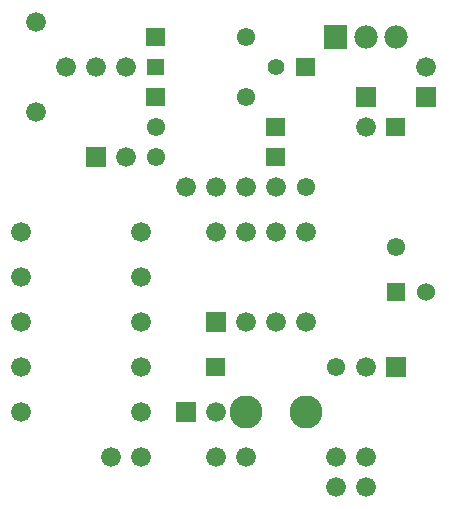
<source format=gbr>
G04 start of page 6 for group -4062 idx -4062 *
G04 Title: (unknown), soldermask *
G04 Creator: pcb 20100929 *
G04 CreationDate: Thu Oct 25 17:22:37 2012 UTC *
G04 For: blc *
G04 Format: Gerber/RS-274X *
G04 PCB-Dimensions: 200000 200000 *
G04 PCB-Coordinate-Origin: lower left *
%MOIN*%
%FSLAX25Y25*%
%LNBACKMASK*%
%ADD12C,0.0600*%
%ADD13C,0.0200*%
%ADD25C,0.0610*%
%ADD26C,0.0660*%
%ADD27C,0.0560*%
%ADD28C,0.1100*%
%ADD29C,0.0780*%
G54D25*X80000Y135000D03*
Y145000D03*
G54D26*X40000Y150000D03*
Y180000D03*
X50000Y165000D03*
X60000D03*
X70000D03*
G54D13*G36*
X56700Y138300D02*Y131700D01*
X63300D01*
Y138300D01*
X56700D01*
G37*
G54D26*X35000Y110000D03*
Y95000D03*
Y80000D03*
Y65000D03*
Y50000D03*
X70000Y135000D03*
G54D13*G36*
X76950Y158050D02*Y151950D01*
X83050D01*
Y158050D01*
X76950D01*
G37*
G36*
X77200Y167800D02*Y162200D01*
X82800D01*
Y167800D01*
X77200D01*
G37*
G36*
X76950Y178050D02*Y171950D01*
X83050D01*
Y178050D01*
X76950D01*
G37*
G36*
X116950Y138050D02*Y131950D01*
X123050D01*
Y138050D01*
X116950D01*
G37*
G36*
Y148050D02*Y141950D01*
X123050D01*
Y148050D01*
X116950D01*
G37*
G54D25*X110000Y155000D03*
G54D26*Y110000D03*
X100000D03*
G54D13*G36*
X126950Y168050D02*Y161950D01*
X133050D01*
Y168050D01*
X126950D01*
G37*
G54D27*X120000Y165000D03*
G54D25*X110000Y175000D03*
X130000Y125000D03*
G54D26*X90000D03*
X100000D03*
X120000D03*
X110000D03*
X75000Y110000D03*
Y95000D03*
G54D13*G36*
X96700Y83300D02*Y76700D01*
X103300D01*
Y83300D01*
X96700D01*
G37*
G54D26*X110000Y80000D03*
X120000D03*
G54D13*G36*
X96950Y68050D02*Y61950D01*
X103050D01*
Y68050D01*
X96950D01*
G37*
G54D26*X75000Y80000D03*
Y65000D03*
X130000Y80000D03*
G54D25*X140000Y65000D03*
G54D28*X130000Y50000D03*
X110000D03*
G54D26*Y35000D03*
X100000D03*
G54D13*G36*
X86700Y53300D02*Y46700D01*
X93300D01*
Y53300D01*
X86700D01*
G37*
G54D26*X100000Y50000D03*
X150000Y25000D03*
X140000Y35000D03*
Y25000D03*
X150000Y35000D03*
G54D13*G36*
X156700Y68300D02*Y61700D01*
X163300D01*
Y68300D01*
X156700D01*
G37*
G54D26*X150000Y65000D03*
X75000Y35000D03*
X65000D03*
X75000Y50000D03*
X130000Y110000D03*
G54D25*X160000Y105000D03*
G54D13*G36*
X157000Y93000D02*Y87000D01*
X163000D01*
Y93000D01*
X157000D01*
G37*
G54D12*X170000Y90000D03*
G54D26*X120000Y110000D03*
G54D13*G36*
X156950Y148050D02*Y141950D01*
X163050D01*
Y148050D01*
X156950D01*
G37*
G36*
X146700Y158300D02*Y151700D01*
X153300D01*
Y158300D01*
X146700D01*
G37*
G54D26*X150000Y145000D03*
G54D13*G36*
X166700Y158300D02*Y151700D01*
X173300D01*
Y158300D01*
X166700D01*
G37*
G54D26*X170000Y165000D03*
G54D13*G36*
X136100Y178900D02*Y171100D01*
X143900D01*
Y178900D01*
X136100D01*
G37*
G54D29*X150000Y175000D03*
X160000D03*
M02*

</source>
